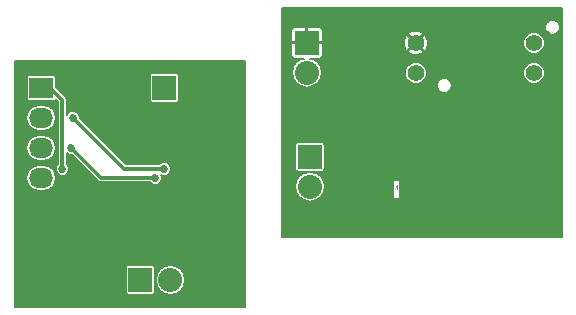
<source format=gbl>
G04 #@! TF.FileFunction,Copper,L2,Bot,Signal*
%FSLAX46Y46*%
G04 Gerber Fmt 4.6, Leading zero omitted, Abs format (unit mm)*
G04 Created by KiCad (PCBNEW 0.201506222247+5806~23~ubuntu14.04.1-product) date Tue 30 Jun 2015 21:50:21 CEST*
%MOMM*%
G01*
G04 APERTURE LIST*
%ADD10C,0.100000*%
%ADD11C,0.031750*%
%ADD12R,2.032000X2.032000*%
%ADD13O,2.032000X2.032000*%
%ADD14C,1.400000*%
%ADD15R,2.032000X1.727200*%
%ADD16O,2.032000X1.727200*%
%ADD17C,0.685800*%
%ADD18C,0.304800*%
%ADD19C,0.152400*%
G04 APERTURE END LIST*
D10*
D11*
X158496000Y-98388714D02*
X158496000Y-98570143D01*
X158526238Y-98497571D02*
X158496000Y-98570143D01*
X158465762Y-98497571D01*
X158514143Y-98715286D02*
X158496000Y-98570143D01*
X158477857Y-98715286D01*
D12*
X150876000Y-86360000D03*
D13*
X150876000Y-88900000D03*
D12*
X151130000Y-96012000D03*
D13*
X151130000Y-98552000D03*
D14*
X170100000Y-88900000D03*
X170100000Y-86360000D03*
X160100000Y-88900000D03*
X160100000Y-86360000D03*
D12*
X138811000Y-90170000D03*
D13*
X136271000Y-90170000D03*
D15*
X128397000Y-90170000D03*
D16*
X128397000Y-92710000D03*
X128397000Y-95250000D03*
X128397000Y-97790000D03*
D12*
X136779000Y-106426000D03*
D13*
X139319000Y-106426000D03*
D17*
X168910000Y-99314000D03*
X169164000Y-91186000D03*
X156718000Y-98044000D03*
X144145000Y-88646000D03*
X144145000Y-89916000D03*
X144145000Y-91186000D03*
X144145000Y-92456000D03*
X142875000Y-92456000D03*
X142875000Y-91186000D03*
X142875000Y-89916000D03*
X142875000Y-88646000D03*
X141605000Y-88646000D03*
X141605000Y-89916000D03*
X141605000Y-91186000D03*
X137795000Y-92456000D03*
X136525000Y-92456000D03*
X135255000Y-92456000D03*
X135255000Y-93726000D03*
X133985000Y-93726000D03*
X133985000Y-92456000D03*
X132715000Y-92456000D03*
X131445000Y-91186000D03*
X132715000Y-91186000D03*
X133985000Y-91186000D03*
X133985000Y-89916000D03*
X132715000Y-89916000D03*
X131445000Y-89916000D03*
X130175000Y-89916000D03*
X131445000Y-88646000D03*
X132715000Y-88646000D03*
X133985000Y-88646000D03*
X144145000Y-96266000D03*
X142875000Y-96266000D03*
X142875000Y-97536000D03*
X144145000Y-97536000D03*
X144145000Y-103886000D03*
X144145000Y-105156000D03*
X144145000Y-106426000D03*
X144145000Y-107696000D03*
X142875000Y-107696000D03*
X142875000Y-106426000D03*
X142875000Y-105156000D03*
X142875000Y-103886000D03*
X141605000Y-103886000D03*
X141605000Y-105156000D03*
X141605000Y-106426000D03*
X141605000Y-107696000D03*
X137795000Y-100076000D03*
X137795000Y-101346000D03*
X137795000Y-102616000D03*
X135255000Y-103886000D03*
X133985000Y-103886000D03*
X133985000Y-102616000D03*
X128905000Y-107696000D03*
X130175000Y-107696000D03*
X131445000Y-107696000D03*
X131445000Y-106426000D03*
X130175000Y-106426000D03*
X128905000Y-106426000D03*
X127635000Y-106426000D03*
X127635000Y-105156000D03*
X128905000Y-105156000D03*
X130175000Y-105156000D03*
X131445000Y-105156000D03*
X131445000Y-103886000D03*
X130175000Y-103886000D03*
X128905000Y-103886000D03*
X127635000Y-103886000D03*
X127635000Y-102616000D03*
X128905000Y-102616000D03*
X128905000Y-101346000D03*
X127635000Y-101346000D03*
X127635000Y-100076000D03*
X128905000Y-100076000D03*
X130175000Y-100076000D03*
X130175000Y-101346000D03*
X130175000Y-102616000D03*
X131445000Y-102616000D03*
X132715000Y-102616000D03*
X132715000Y-103886000D03*
X132715000Y-105156000D03*
X132715000Y-106426000D03*
X132715000Y-107696000D03*
X133985000Y-107696000D03*
X133985000Y-106426000D03*
X133985000Y-105156000D03*
X127635000Y-107696000D03*
X130175000Y-97028000D03*
X131064000Y-92710000D03*
X138811000Y-97028000D03*
X130937000Y-95250000D03*
X138049000Y-97790000D03*
D18*
X144145000Y-89916000D02*
X144145000Y-88646000D01*
X144145000Y-92456000D02*
X144145000Y-91186000D01*
X142875000Y-91186000D02*
X142875000Y-92456000D01*
X142875000Y-88646000D02*
X142875000Y-89916000D01*
X141605000Y-89916000D02*
X141605000Y-88646000D01*
X140335000Y-92456000D02*
X141605000Y-91186000D01*
X137795000Y-92456000D02*
X140335000Y-92456000D01*
X135255000Y-92456000D02*
X136525000Y-92456000D01*
X133985000Y-93726000D02*
X135255000Y-93726000D01*
X132715000Y-92456000D02*
X133985000Y-92456000D01*
X132715000Y-91186000D02*
X131445000Y-91186000D01*
X133985000Y-89916000D02*
X133985000Y-91186000D01*
X131445000Y-89916000D02*
X132715000Y-89916000D01*
X131445000Y-88646000D02*
X130175000Y-89916000D01*
X133985000Y-88646000D02*
X132715000Y-88646000D01*
X144145000Y-96266000D02*
X142875000Y-96266000D01*
X142875000Y-97536000D02*
X144145000Y-97536000D01*
X144145000Y-103886000D02*
X144145000Y-105156000D01*
X144145000Y-106426000D02*
X144145000Y-107696000D01*
X142875000Y-107696000D02*
X142875000Y-106426000D01*
X142875000Y-105156000D02*
X142875000Y-103886000D01*
X141605000Y-103886000D02*
X141605000Y-105156000D01*
X141605000Y-106426000D02*
X141605000Y-107696000D01*
D19*
X137795000Y-101346000D02*
X137795000Y-100076000D01*
X136525000Y-102616000D02*
X137795000Y-102616000D01*
X135255000Y-103886000D02*
X136525000Y-102616000D01*
X133985000Y-102616000D02*
X133985000Y-103886000D01*
X127635000Y-107696000D02*
X128905000Y-107696000D01*
X131445000Y-107696000D02*
X130175000Y-107696000D01*
X130175000Y-106426000D02*
X131445000Y-106426000D01*
X127635000Y-106426000D02*
X128905000Y-106426000D01*
X128905000Y-105156000D02*
X127635000Y-105156000D01*
X131445000Y-105156000D02*
X130175000Y-105156000D01*
X130175000Y-103886000D02*
X131445000Y-103886000D01*
X127635000Y-103886000D02*
X128905000Y-103886000D01*
X128905000Y-102616000D02*
X127635000Y-102616000D01*
X127635000Y-101346000D02*
X128905000Y-101346000D01*
X128905000Y-100076000D02*
X127635000Y-100076000D01*
X130175000Y-101346000D02*
X130175000Y-100076000D01*
X131445000Y-102616000D02*
X130175000Y-102616000D01*
X132715000Y-103886000D02*
X132715000Y-102616000D01*
X132715000Y-106426000D02*
X132715000Y-105156000D01*
X133985000Y-107696000D02*
X132715000Y-107696000D01*
X133985000Y-105156000D02*
X133985000Y-106426000D01*
D18*
X130175000Y-91186000D02*
X130175000Y-97028000D01*
X129159000Y-90170000D02*
X130175000Y-91186000D01*
X128397000Y-90170000D02*
X129159000Y-90170000D01*
X131064000Y-92710000D02*
X135382000Y-97028000D01*
X135382000Y-97028000D02*
X138811000Y-97028000D01*
X130937000Y-95250000D02*
X133477000Y-97790000D01*
X133477000Y-97790000D02*
X138049000Y-97790000D01*
D19*
G36*
X172441400Y-102793800D02*
X148741600Y-102793800D01*
X148741600Y-97307400D01*
X151105617Y-97307400D01*
X150629329Y-97402140D01*
X150225552Y-97671935D01*
X149955757Y-98075712D01*
X149861017Y-98552000D01*
X149955757Y-99028288D01*
X150225552Y-99432065D01*
X150629329Y-99701860D01*
X151105617Y-99796600D01*
X151154383Y-99796600D01*
X151630671Y-99701860D01*
X152034448Y-99432065D01*
X152304243Y-99028288D01*
X152398983Y-98552000D01*
X152304243Y-98075712D01*
X152251232Y-97996375D01*
X158203144Y-97996375D01*
X158203144Y-99583875D01*
X158788856Y-99583875D01*
X158788856Y-97996375D01*
X158203144Y-97996375D01*
X152251232Y-97996375D01*
X152034448Y-97671935D01*
X151630671Y-97402140D01*
X151154383Y-97307400D01*
X151105617Y-97307400D01*
X148741600Y-97307400D01*
X148741600Y-94762921D01*
X150114000Y-94762921D01*
X150026836Y-94779833D01*
X149950226Y-94830158D01*
X149898944Y-94906129D01*
X149880921Y-94996000D01*
X149880921Y-97028000D01*
X149897833Y-97115164D01*
X149948158Y-97191774D01*
X150024129Y-97243056D01*
X150114000Y-97261079D01*
X152146000Y-97261079D01*
X152233164Y-97244167D01*
X152309774Y-97193842D01*
X152361056Y-97117871D01*
X152379079Y-97028000D01*
X152379079Y-94996000D01*
X152362167Y-94908836D01*
X152311842Y-94832226D01*
X152235871Y-94780944D01*
X152146000Y-94762921D01*
X150114000Y-94762921D01*
X148741600Y-94762921D01*
X148741600Y-90335608D01*
X161966788Y-90335608D01*
X162143462Y-90512590D01*
X162374415Y-90608491D01*
X162624488Y-90608709D01*
X162855608Y-90513212D01*
X163032590Y-90336538D01*
X163128491Y-90105585D01*
X163128709Y-89855512D01*
X163033212Y-89624392D01*
X162856538Y-89447410D01*
X162625585Y-89351509D01*
X162375512Y-89351291D01*
X162144392Y-89446788D01*
X160866641Y-89446788D01*
X160886769Y-89426696D01*
X161028438Y-89085520D01*
X161028760Y-88716100D01*
X160887688Y-88374678D01*
X160626696Y-88113231D01*
X160624483Y-88112312D01*
X169574678Y-88112312D01*
X169313231Y-88373304D01*
X169171562Y-88714480D01*
X169171240Y-89083900D01*
X169312312Y-89425322D01*
X169573304Y-89686769D01*
X169914480Y-89828438D01*
X170283900Y-89828760D01*
X170625322Y-89687688D01*
X170886769Y-89426696D01*
X171028438Y-89085520D01*
X171028760Y-88716100D01*
X170887688Y-88374678D01*
X170626696Y-88113231D01*
X170285520Y-87971562D01*
X169916100Y-87971240D01*
X169574678Y-88112312D01*
X160624483Y-88112312D01*
X160285520Y-87971562D01*
X159916100Y-87971240D01*
X159574678Y-88112312D01*
X159313231Y-88373304D01*
X159171562Y-88714480D01*
X159171240Y-89083900D01*
X159312312Y-89425322D01*
X159573304Y-89686769D01*
X159914480Y-89828438D01*
X160283900Y-89828760D01*
X160625322Y-89687688D01*
X160866641Y-89446788D01*
X162144392Y-89446788D01*
X160866641Y-89446788D01*
X160866641Y-89446788D01*
X162144392Y-89446788D01*
X161967410Y-89623462D01*
X161871509Y-89854415D01*
X151669175Y-89854415D01*
X151780448Y-89780065D01*
X152050243Y-89376288D01*
X152144983Y-88900000D01*
X152050243Y-88423712D01*
X151780448Y-88019935D01*
X151376671Y-87750140D01*
X151155771Y-87706200D01*
X151957681Y-87706200D01*
X152079043Y-87655930D01*
X152171930Y-87563043D01*
X152222200Y-87441681D01*
X152222200Y-87079339D01*
X159452503Y-87079339D01*
X159524421Y-87238642D01*
X159904476Y-87392024D01*
X160314298Y-87388290D01*
X160675579Y-87238642D01*
X160717055Y-87146769D01*
X169573304Y-87146769D01*
X169914480Y-87288438D01*
X170283900Y-87288760D01*
X170625322Y-87147688D01*
X170886769Y-86886696D01*
X171028438Y-86545520D01*
X171028760Y-86176100D01*
X170887688Y-85834678D01*
X170626696Y-85573231D01*
X170285520Y-85431562D01*
X169916100Y-85431240D01*
X169574678Y-85572312D01*
X160716641Y-85572312D01*
X160675579Y-85481358D01*
X160295524Y-85327976D01*
X159885702Y-85331710D01*
X159524421Y-85481358D01*
X159452503Y-85640661D01*
X160100000Y-86288158D01*
X160747497Y-85640661D01*
X160716641Y-85572312D01*
X169574678Y-85572312D01*
X160716641Y-85572312D01*
X160716641Y-85572312D01*
X169574678Y-85572312D01*
X169313231Y-85833304D01*
X160998891Y-85833304D01*
X160978642Y-85784421D01*
X160819339Y-85712503D01*
X160171842Y-86360000D01*
X160819339Y-87007497D01*
X160978642Y-86935579D01*
X161132024Y-86555524D01*
X161128290Y-86145702D01*
X160998891Y-85833304D01*
X169313231Y-85833304D01*
X160998891Y-85833304D01*
X160998891Y-85833304D01*
X169313231Y-85833304D01*
X169171562Y-86174480D01*
X169171240Y-86543900D01*
X169312312Y-86885322D01*
X169573304Y-87146769D01*
X160717055Y-87146769D01*
X160747497Y-87079339D01*
X160100000Y-86431842D01*
X159452503Y-87079339D01*
X152222200Y-87079339D01*
X152222200Y-86574298D01*
X159071710Y-86574298D01*
X159221358Y-86935579D01*
X159380661Y-87007497D01*
X160028158Y-86360000D01*
X159380661Y-85712503D01*
X159221358Y-85784421D01*
X152222200Y-85784421D01*
X152222200Y-85278319D01*
X152171930Y-85156957D01*
X152079043Y-85064070D01*
X151957681Y-85013800D01*
X151009350Y-85013800D01*
X150926800Y-85096350D01*
X150926800Y-86309200D01*
X152139650Y-86309200D01*
X152222200Y-86226650D01*
X152222200Y-85784421D01*
X159221358Y-85784421D01*
X152222200Y-85784421D01*
X152222200Y-85784421D01*
X159221358Y-85784421D01*
X159067976Y-86164476D01*
X159071710Y-86574298D01*
X152222200Y-86574298D01*
X152222200Y-86493350D01*
X152139650Y-86410800D01*
X150926800Y-86410800D01*
X150926800Y-86430800D01*
X150825200Y-86430800D01*
X150825200Y-86410800D01*
X149612350Y-86410800D01*
X149529800Y-86493350D01*
X149529800Y-87441681D01*
X149580070Y-87563043D01*
X149672957Y-87655930D01*
X149794319Y-87706200D01*
X150596229Y-87706200D01*
X150375329Y-87750140D01*
X149971552Y-88019935D01*
X149701757Y-88423712D01*
X149607017Y-88900000D01*
X149701757Y-89376288D01*
X149971552Y-89780065D01*
X150375329Y-90049860D01*
X150851617Y-90144600D01*
X150900383Y-90144600D01*
X151376671Y-90049860D01*
X151669175Y-89854415D01*
X161871509Y-89854415D01*
X151669175Y-89854415D01*
X151669175Y-89854415D01*
X161871509Y-89854415D01*
X161871291Y-90104488D01*
X161966788Y-90335608D01*
X148741600Y-90335608D01*
X148741600Y-85013800D01*
X149794319Y-85013800D01*
X149672957Y-85064070D01*
X149580070Y-85156957D01*
X149529800Y-85278319D01*
X149529800Y-86226650D01*
X149612350Y-86309200D01*
X150825200Y-86309200D01*
X150825200Y-85096350D01*
X150742650Y-85013800D01*
X149794319Y-85013800D01*
X148741600Y-85013800D01*
X148741600Y-84496788D01*
X171344392Y-84496788D01*
X171167410Y-84673462D01*
X171071509Y-84904415D01*
X171071291Y-85154488D01*
X171166788Y-85385608D01*
X171343462Y-85562590D01*
X171574415Y-85658491D01*
X171824488Y-85658709D01*
X172055608Y-85563212D01*
X172232590Y-85386538D01*
X172328491Y-85155585D01*
X172328709Y-84905512D01*
X172233212Y-84674392D01*
X172056538Y-84497410D01*
X171825585Y-84401509D01*
X171575512Y-84401291D01*
X171344392Y-84496788D01*
X148741600Y-84496788D01*
X148741600Y-83388200D01*
X172441400Y-83388200D01*
X172441400Y-102793800D01*
X172441400Y-102793800D01*
G37*
X172441400Y-102793800D02*
X148741600Y-102793800D01*
X148741600Y-97307400D01*
X151105617Y-97307400D01*
X150629329Y-97402140D01*
X150225552Y-97671935D01*
X149955757Y-98075712D01*
X149861017Y-98552000D01*
X149955757Y-99028288D01*
X150225552Y-99432065D01*
X150629329Y-99701860D01*
X151105617Y-99796600D01*
X151154383Y-99796600D01*
X151630671Y-99701860D01*
X152034448Y-99432065D01*
X152304243Y-99028288D01*
X152398983Y-98552000D01*
X152304243Y-98075712D01*
X152251232Y-97996375D01*
X158203144Y-97996375D01*
X158203144Y-99583875D01*
X158788856Y-99583875D01*
X158788856Y-97996375D01*
X158203144Y-97996375D01*
X152251232Y-97996375D01*
X152034448Y-97671935D01*
X151630671Y-97402140D01*
X151154383Y-97307400D01*
X151105617Y-97307400D01*
X148741600Y-97307400D01*
X148741600Y-94762921D01*
X150114000Y-94762921D01*
X150026836Y-94779833D01*
X149950226Y-94830158D01*
X149898944Y-94906129D01*
X149880921Y-94996000D01*
X149880921Y-97028000D01*
X149897833Y-97115164D01*
X149948158Y-97191774D01*
X150024129Y-97243056D01*
X150114000Y-97261079D01*
X152146000Y-97261079D01*
X152233164Y-97244167D01*
X152309774Y-97193842D01*
X152361056Y-97117871D01*
X152379079Y-97028000D01*
X152379079Y-94996000D01*
X152362167Y-94908836D01*
X152311842Y-94832226D01*
X152235871Y-94780944D01*
X152146000Y-94762921D01*
X150114000Y-94762921D01*
X148741600Y-94762921D01*
X148741600Y-90335608D01*
X161966788Y-90335608D01*
X162143462Y-90512590D01*
X162374415Y-90608491D01*
X162624488Y-90608709D01*
X162855608Y-90513212D01*
X163032590Y-90336538D01*
X163128491Y-90105585D01*
X163128709Y-89855512D01*
X163033212Y-89624392D01*
X162856538Y-89447410D01*
X162625585Y-89351509D01*
X162375512Y-89351291D01*
X162144392Y-89446788D01*
X160866641Y-89446788D01*
X160886769Y-89426696D01*
X161028438Y-89085520D01*
X161028760Y-88716100D01*
X160887688Y-88374678D01*
X160626696Y-88113231D01*
X160624483Y-88112312D01*
X169574678Y-88112312D01*
X169313231Y-88373304D01*
X169171562Y-88714480D01*
X169171240Y-89083900D01*
X169312312Y-89425322D01*
X169573304Y-89686769D01*
X169914480Y-89828438D01*
X170283900Y-89828760D01*
X170625322Y-89687688D01*
X170886769Y-89426696D01*
X171028438Y-89085520D01*
X171028760Y-88716100D01*
X170887688Y-88374678D01*
X170626696Y-88113231D01*
X170285520Y-87971562D01*
X169916100Y-87971240D01*
X169574678Y-88112312D01*
X160624483Y-88112312D01*
X160285520Y-87971562D01*
X159916100Y-87971240D01*
X159574678Y-88112312D01*
X159313231Y-88373304D01*
X159171562Y-88714480D01*
X159171240Y-89083900D01*
X159312312Y-89425322D01*
X159573304Y-89686769D01*
X159914480Y-89828438D01*
X160283900Y-89828760D01*
X160625322Y-89687688D01*
X160866641Y-89446788D01*
X162144392Y-89446788D01*
X160866641Y-89446788D01*
X160866641Y-89446788D01*
X162144392Y-89446788D01*
X161967410Y-89623462D01*
X161871509Y-89854415D01*
X151669175Y-89854415D01*
X151780448Y-89780065D01*
X152050243Y-89376288D01*
X152144983Y-88900000D01*
X152050243Y-88423712D01*
X151780448Y-88019935D01*
X151376671Y-87750140D01*
X151155771Y-87706200D01*
X151957681Y-87706200D01*
X152079043Y-87655930D01*
X152171930Y-87563043D01*
X152222200Y-87441681D01*
X152222200Y-87079339D01*
X159452503Y-87079339D01*
X159524421Y-87238642D01*
X159904476Y-87392024D01*
X160314298Y-87388290D01*
X160675579Y-87238642D01*
X160717055Y-87146769D01*
X169573304Y-87146769D01*
X169914480Y-87288438D01*
X170283900Y-87288760D01*
X170625322Y-87147688D01*
X170886769Y-86886696D01*
X171028438Y-86545520D01*
X171028760Y-86176100D01*
X170887688Y-85834678D01*
X170626696Y-85573231D01*
X170285520Y-85431562D01*
X169916100Y-85431240D01*
X169574678Y-85572312D01*
X160716641Y-85572312D01*
X160675579Y-85481358D01*
X160295524Y-85327976D01*
X159885702Y-85331710D01*
X159524421Y-85481358D01*
X159452503Y-85640661D01*
X160100000Y-86288158D01*
X160747497Y-85640661D01*
X160716641Y-85572312D01*
X169574678Y-85572312D01*
X160716641Y-85572312D01*
X160716641Y-85572312D01*
X169574678Y-85572312D01*
X169313231Y-85833304D01*
X160998891Y-85833304D01*
X160978642Y-85784421D01*
X160819339Y-85712503D01*
X160171842Y-86360000D01*
X160819339Y-87007497D01*
X160978642Y-86935579D01*
X161132024Y-86555524D01*
X161128290Y-86145702D01*
X160998891Y-85833304D01*
X169313231Y-85833304D01*
X160998891Y-85833304D01*
X160998891Y-85833304D01*
X169313231Y-85833304D01*
X169171562Y-86174480D01*
X169171240Y-86543900D01*
X169312312Y-86885322D01*
X169573304Y-87146769D01*
X160717055Y-87146769D01*
X160747497Y-87079339D01*
X160100000Y-86431842D01*
X159452503Y-87079339D01*
X152222200Y-87079339D01*
X152222200Y-86574298D01*
X159071710Y-86574298D01*
X159221358Y-86935579D01*
X159380661Y-87007497D01*
X160028158Y-86360000D01*
X159380661Y-85712503D01*
X159221358Y-85784421D01*
X152222200Y-85784421D01*
X152222200Y-85278319D01*
X152171930Y-85156957D01*
X152079043Y-85064070D01*
X151957681Y-85013800D01*
X151009350Y-85013800D01*
X150926800Y-85096350D01*
X150926800Y-86309200D01*
X152139650Y-86309200D01*
X152222200Y-86226650D01*
X152222200Y-85784421D01*
X159221358Y-85784421D01*
X152222200Y-85784421D01*
X152222200Y-85784421D01*
X159221358Y-85784421D01*
X159067976Y-86164476D01*
X159071710Y-86574298D01*
X152222200Y-86574298D01*
X152222200Y-86493350D01*
X152139650Y-86410800D01*
X150926800Y-86410800D01*
X150926800Y-86430800D01*
X150825200Y-86430800D01*
X150825200Y-86410800D01*
X149612350Y-86410800D01*
X149529800Y-86493350D01*
X149529800Y-87441681D01*
X149580070Y-87563043D01*
X149672957Y-87655930D01*
X149794319Y-87706200D01*
X150596229Y-87706200D01*
X150375329Y-87750140D01*
X149971552Y-88019935D01*
X149701757Y-88423712D01*
X149607017Y-88900000D01*
X149701757Y-89376288D01*
X149971552Y-89780065D01*
X150375329Y-90049860D01*
X150851617Y-90144600D01*
X150900383Y-90144600D01*
X151376671Y-90049860D01*
X151669175Y-89854415D01*
X161871509Y-89854415D01*
X151669175Y-89854415D01*
X151669175Y-89854415D01*
X161871509Y-89854415D01*
X161871291Y-90104488D01*
X161966788Y-90335608D01*
X148741600Y-90335608D01*
X148741600Y-85013800D01*
X149794319Y-85013800D01*
X149672957Y-85064070D01*
X149580070Y-85156957D01*
X149529800Y-85278319D01*
X149529800Y-86226650D01*
X149612350Y-86309200D01*
X150825200Y-86309200D01*
X150825200Y-85096350D01*
X150742650Y-85013800D01*
X149794319Y-85013800D01*
X148741600Y-85013800D01*
X148741600Y-84496788D01*
X171344392Y-84496788D01*
X171167410Y-84673462D01*
X171071509Y-84904415D01*
X171071291Y-85154488D01*
X171166788Y-85385608D01*
X171343462Y-85562590D01*
X171574415Y-85658491D01*
X171824488Y-85658709D01*
X172055608Y-85563212D01*
X172232590Y-85386538D01*
X172328491Y-85155585D01*
X172328709Y-84905512D01*
X172233212Y-84674392D01*
X172056538Y-84497410D01*
X171825585Y-84401509D01*
X171575512Y-84401291D01*
X171344392Y-84496788D01*
X148741600Y-84496788D01*
X148741600Y-83388200D01*
X172441400Y-83388200D01*
X172441400Y-102793800D01*
G36*
X145644400Y-108687400D02*
X140563600Y-108687400D01*
X140563600Y-106450383D01*
X140563600Y-106401617D01*
X140468860Y-105925329D01*
X140199065Y-105521552D01*
X140060079Y-105428684D01*
X140060079Y-91186000D01*
X140060079Y-89154000D01*
X140043167Y-89066836D01*
X139992842Y-88990226D01*
X139916871Y-88938944D01*
X139827000Y-88920921D01*
X137795000Y-88920921D01*
X137707836Y-88937833D01*
X137631226Y-88988158D01*
X137579944Y-89064129D01*
X137561921Y-89154000D01*
X137561921Y-91186000D01*
X137578833Y-91273164D01*
X137629158Y-91349774D01*
X137705129Y-91401056D01*
X137795000Y-91419079D01*
X139827000Y-91419079D01*
X139914164Y-91402167D01*
X139990774Y-91351842D01*
X140042056Y-91275871D01*
X140060079Y-91186000D01*
X140060079Y-105428684D01*
X139795288Y-105251757D01*
X139382599Y-105169667D01*
X139382599Y-96914820D01*
X139295776Y-96704694D01*
X139135151Y-96543789D01*
X138925177Y-96456600D01*
X138697820Y-96456401D01*
X138487694Y-96543224D01*
X138383737Y-96647000D01*
X135539816Y-96647000D01*
X131635471Y-92742655D01*
X131635599Y-92596820D01*
X131548776Y-92386694D01*
X131388151Y-92225789D01*
X131178177Y-92138600D01*
X130950820Y-92138401D01*
X130740694Y-92225224D01*
X130579789Y-92385849D01*
X130556000Y-92443139D01*
X130556000Y-91186000D01*
X130526998Y-91040198D01*
X130526998Y-91040197D01*
X130444408Y-90916592D01*
X129646079Y-90118263D01*
X129646079Y-89306400D01*
X129629167Y-89219236D01*
X129578842Y-89142626D01*
X129502871Y-89091344D01*
X129413000Y-89073321D01*
X127381000Y-89073321D01*
X127293836Y-89090233D01*
X127217226Y-89140558D01*
X127165944Y-89216529D01*
X127147921Y-89306400D01*
X127147921Y-91033600D01*
X127164833Y-91120764D01*
X127215158Y-91197374D01*
X127291129Y-91248656D01*
X127381000Y-91266679D01*
X129413000Y-91266679D01*
X129500164Y-91249767D01*
X129576774Y-91199442D01*
X129606132Y-91155948D01*
X129794000Y-91343816D01*
X129794000Y-96600817D01*
X129690789Y-96703849D01*
X129665983Y-96763588D01*
X129665983Y-95250000D01*
X129665983Y-92710000D01*
X129582844Y-92292033D01*
X129346085Y-91937698D01*
X128991750Y-91700939D01*
X128573783Y-91617800D01*
X128220217Y-91617800D01*
X127802250Y-91700939D01*
X127447915Y-91937698D01*
X127211156Y-92292033D01*
X127128017Y-92710000D01*
X127211156Y-93127967D01*
X127447915Y-93482302D01*
X127802250Y-93719061D01*
X128220217Y-93802200D01*
X128573783Y-93802200D01*
X128991750Y-93719061D01*
X129346085Y-93482302D01*
X129582844Y-93127967D01*
X129665983Y-92710000D01*
X129665983Y-95250000D01*
X129582844Y-94832033D01*
X129346085Y-94477698D01*
X128991750Y-94240939D01*
X128573783Y-94157800D01*
X128220217Y-94157800D01*
X127802250Y-94240939D01*
X127447915Y-94477698D01*
X127211156Y-94832033D01*
X127128017Y-95250000D01*
X127211156Y-95667967D01*
X127447915Y-96022302D01*
X127802250Y-96259061D01*
X128220217Y-96342200D01*
X128573783Y-96342200D01*
X128991750Y-96259061D01*
X129346085Y-96022302D01*
X129582844Y-95667967D01*
X129665983Y-95250000D01*
X129665983Y-96763588D01*
X129603600Y-96913823D01*
X129603401Y-97141180D01*
X129690224Y-97351306D01*
X129850849Y-97512211D01*
X130060823Y-97599400D01*
X130288180Y-97599599D01*
X130498306Y-97512776D01*
X130659211Y-97352151D01*
X130746400Y-97142177D01*
X130746599Y-96914820D01*
X130659776Y-96704694D01*
X130556000Y-96600737D01*
X130556000Y-95677262D01*
X130612849Y-95734211D01*
X130822823Y-95821400D01*
X130969712Y-95821528D01*
X133207589Y-98059404D01*
X133207592Y-98059408D01*
X133331197Y-98141997D01*
X133331198Y-98141998D01*
X133477000Y-98171000D01*
X137621817Y-98171000D01*
X137724849Y-98274211D01*
X137934823Y-98361400D01*
X138162180Y-98361599D01*
X138372306Y-98274776D01*
X138533211Y-98114151D01*
X138620400Y-97904177D01*
X138620599Y-97676820D01*
X138566197Y-97545159D01*
X138696823Y-97599400D01*
X138924180Y-97599599D01*
X139134306Y-97512776D01*
X139295211Y-97352151D01*
X139382400Y-97142177D01*
X139382599Y-96914820D01*
X139382599Y-105169667D01*
X139319000Y-105157017D01*
X138842712Y-105251757D01*
X138438935Y-105521552D01*
X138169140Y-105925329D01*
X138074400Y-106401617D01*
X138074400Y-106450383D01*
X138169140Y-106926671D01*
X138438935Y-107330448D01*
X138842712Y-107600243D01*
X139319000Y-107694983D01*
X139795288Y-107600243D01*
X140199065Y-107330448D01*
X140468860Y-106926671D01*
X140563600Y-106450383D01*
X140563600Y-108687400D01*
X138028079Y-108687400D01*
X138028079Y-107442000D01*
X138028079Y-105410000D01*
X138011167Y-105322836D01*
X137960842Y-105246226D01*
X137884871Y-105194944D01*
X137795000Y-105176921D01*
X135763000Y-105176921D01*
X135675836Y-105193833D01*
X135599226Y-105244158D01*
X135547944Y-105320129D01*
X135529921Y-105410000D01*
X135529921Y-107442000D01*
X135546833Y-107529164D01*
X135597158Y-107605774D01*
X135673129Y-107657056D01*
X135763000Y-107675079D01*
X137795000Y-107675079D01*
X137882164Y-107658167D01*
X137958774Y-107607842D01*
X138010056Y-107531871D01*
X138028079Y-107442000D01*
X138028079Y-108687400D01*
X129665983Y-108687400D01*
X129665983Y-97790000D01*
X129582844Y-97372033D01*
X129346085Y-97017698D01*
X128991750Y-96780939D01*
X128573783Y-96697800D01*
X128220217Y-96697800D01*
X127802250Y-96780939D01*
X127447915Y-97017698D01*
X127211156Y-97372033D01*
X127128017Y-97790000D01*
X127211156Y-98207967D01*
X127447915Y-98562302D01*
X127802250Y-98799061D01*
X128220217Y-98882200D01*
X128573783Y-98882200D01*
X128991750Y-98799061D01*
X129346085Y-98562302D01*
X129582844Y-98207967D01*
X129665983Y-97790000D01*
X129665983Y-108687400D01*
X126135600Y-108687400D01*
X126135600Y-87908600D01*
X145644400Y-87908600D01*
X145644400Y-108687400D01*
X145644400Y-108687400D01*
G37*
X145644400Y-108687400D02*
X140563600Y-108687400D01*
X140563600Y-106450383D01*
X140563600Y-106401617D01*
X140468860Y-105925329D01*
X140199065Y-105521552D01*
X140060079Y-105428684D01*
X140060079Y-91186000D01*
X140060079Y-89154000D01*
X140043167Y-89066836D01*
X139992842Y-88990226D01*
X139916871Y-88938944D01*
X139827000Y-88920921D01*
X137795000Y-88920921D01*
X137707836Y-88937833D01*
X137631226Y-88988158D01*
X137579944Y-89064129D01*
X137561921Y-89154000D01*
X137561921Y-91186000D01*
X137578833Y-91273164D01*
X137629158Y-91349774D01*
X137705129Y-91401056D01*
X137795000Y-91419079D01*
X139827000Y-91419079D01*
X139914164Y-91402167D01*
X139990774Y-91351842D01*
X140042056Y-91275871D01*
X140060079Y-91186000D01*
X140060079Y-105428684D01*
X139795288Y-105251757D01*
X139382599Y-105169667D01*
X139382599Y-96914820D01*
X139295776Y-96704694D01*
X139135151Y-96543789D01*
X138925177Y-96456600D01*
X138697820Y-96456401D01*
X138487694Y-96543224D01*
X138383737Y-96647000D01*
X135539816Y-96647000D01*
X131635471Y-92742655D01*
X131635599Y-92596820D01*
X131548776Y-92386694D01*
X131388151Y-92225789D01*
X131178177Y-92138600D01*
X130950820Y-92138401D01*
X130740694Y-92225224D01*
X130579789Y-92385849D01*
X130556000Y-92443139D01*
X130556000Y-91186000D01*
X130526998Y-91040198D01*
X130526998Y-91040197D01*
X130444408Y-90916592D01*
X129646079Y-90118263D01*
X129646079Y-89306400D01*
X129629167Y-89219236D01*
X129578842Y-89142626D01*
X129502871Y-89091344D01*
X129413000Y-89073321D01*
X127381000Y-89073321D01*
X127293836Y-89090233D01*
X127217226Y-89140558D01*
X127165944Y-89216529D01*
X127147921Y-89306400D01*
X127147921Y-91033600D01*
X127164833Y-91120764D01*
X127215158Y-91197374D01*
X127291129Y-91248656D01*
X127381000Y-91266679D01*
X129413000Y-91266679D01*
X129500164Y-91249767D01*
X129576774Y-91199442D01*
X129606132Y-91155948D01*
X129794000Y-91343816D01*
X129794000Y-96600817D01*
X129690789Y-96703849D01*
X129665983Y-96763588D01*
X129665983Y-95250000D01*
X129665983Y-92710000D01*
X129582844Y-92292033D01*
X129346085Y-91937698D01*
X128991750Y-91700939D01*
X128573783Y-91617800D01*
X128220217Y-91617800D01*
X127802250Y-91700939D01*
X127447915Y-91937698D01*
X127211156Y-92292033D01*
X127128017Y-92710000D01*
X127211156Y-93127967D01*
X127447915Y-93482302D01*
X127802250Y-93719061D01*
X128220217Y-93802200D01*
X128573783Y-93802200D01*
X128991750Y-93719061D01*
X129346085Y-93482302D01*
X129582844Y-93127967D01*
X129665983Y-92710000D01*
X129665983Y-95250000D01*
X129582844Y-94832033D01*
X129346085Y-94477698D01*
X128991750Y-94240939D01*
X128573783Y-94157800D01*
X128220217Y-94157800D01*
X127802250Y-94240939D01*
X127447915Y-94477698D01*
X127211156Y-94832033D01*
X127128017Y-95250000D01*
X127211156Y-95667967D01*
X127447915Y-96022302D01*
X127802250Y-96259061D01*
X128220217Y-96342200D01*
X128573783Y-96342200D01*
X128991750Y-96259061D01*
X129346085Y-96022302D01*
X129582844Y-95667967D01*
X129665983Y-95250000D01*
X129665983Y-96763588D01*
X129603600Y-96913823D01*
X129603401Y-97141180D01*
X129690224Y-97351306D01*
X129850849Y-97512211D01*
X130060823Y-97599400D01*
X130288180Y-97599599D01*
X130498306Y-97512776D01*
X130659211Y-97352151D01*
X130746400Y-97142177D01*
X130746599Y-96914820D01*
X130659776Y-96704694D01*
X130556000Y-96600737D01*
X130556000Y-95677262D01*
X130612849Y-95734211D01*
X130822823Y-95821400D01*
X130969712Y-95821528D01*
X133207589Y-98059404D01*
X133207592Y-98059408D01*
X133331197Y-98141997D01*
X133331198Y-98141998D01*
X133477000Y-98171000D01*
X137621817Y-98171000D01*
X137724849Y-98274211D01*
X137934823Y-98361400D01*
X138162180Y-98361599D01*
X138372306Y-98274776D01*
X138533211Y-98114151D01*
X138620400Y-97904177D01*
X138620599Y-97676820D01*
X138566197Y-97545159D01*
X138696823Y-97599400D01*
X138924180Y-97599599D01*
X139134306Y-97512776D01*
X139295211Y-97352151D01*
X139382400Y-97142177D01*
X139382599Y-96914820D01*
X139382599Y-105169667D01*
X139319000Y-105157017D01*
X138842712Y-105251757D01*
X138438935Y-105521552D01*
X138169140Y-105925329D01*
X138074400Y-106401617D01*
X138074400Y-106450383D01*
X138169140Y-106926671D01*
X138438935Y-107330448D01*
X138842712Y-107600243D01*
X139319000Y-107694983D01*
X139795288Y-107600243D01*
X140199065Y-107330448D01*
X140468860Y-106926671D01*
X140563600Y-106450383D01*
X140563600Y-108687400D01*
X138028079Y-108687400D01*
X138028079Y-107442000D01*
X138028079Y-105410000D01*
X138011167Y-105322836D01*
X137960842Y-105246226D01*
X137884871Y-105194944D01*
X137795000Y-105176921D01*
X135763000Y-105176921D01*
X135675836Y-105193833D01*
X135599226Y-105244158D01*
X135547944Y-105320129D01*
X135529921Y-105410000D01*
X135529921Y-107442000D01*
X135546833Y-107529164D01*
X135597158Y-107605774D01*
X135673129Y-107657056D01*
X135763000Y-107675079D01*
X137795000Y-107675079D01*
X137882164Y-107658167D01*
X137958774Y-107607842D01*
X138010056Y-107531871D01*
X138028079Y-107442000D01*
X138028079Y-108687400D01*
X129665983Y-108687400D01*
X129665983Y-97790000D01*
X129582844Y-97372033D01*
X129346085Y-97017698D01*
X128991750Y-96780939D01*
X128573783Y-96697800D01*
X128220217Y-96697800D01*
X127802250Y-96780939D01*
X127447915Y-97017698D01*
X127211156Y-97372033D01*
X127128017Y-97790000D01*
X127211156Y-98207967D01*
X127447915Y-98562302D01*
X127802250Y-98799061D01*
X128220217Y-98882200D01*
X128573783Y-98882200D01*
X128991750Y-98799061D01*
X129346085Y-98562302D01*
X129582844Y-98207967D01*
X129665983Y-97790000D01*
X129665983Y-108687400D01*
X126135600Y-108687400D01*
X126135600Y-87908600D01*
X145644400Y-87908600D01*
X145644400Y-108687400D01*
M02*

</source>
